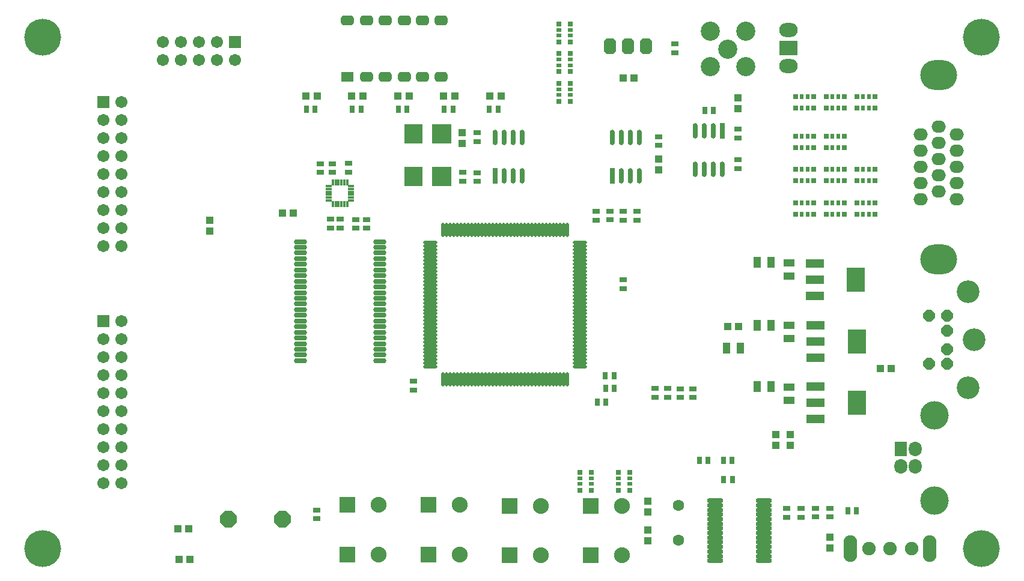
<source format=gts>
%FSLAX43Y43*%
%MOMM*%
G71*
G01*
G75*
G04 Layer_Color=8388736*
%ADD10R,0.650X0.600*%
%ADD11R,0.500X0.600*%
%ADD12R,0.800X0.800*%
%ADD13R,0.900X1.300*%
%ADD14R,1.300X0.900*%
%ADD15R,0.800X0.800*%
%ADD16R,0.850X0.600*%
%ADD17R,0.600X0.850*%
%ADD18R,0.600X0.650*%
%ADD19R,0.600X0.500*%
%ADD20O,1.800X0.300*%
%ADD21O,0.300X1.800*%
%ADD22O,2.100X0.450*%
%ADD23R,2.400X3.300*%
%ADD24R,2.400X1.000*%
%ADD25O,0.510X2.000*%
%ADD26R,0.510X2.000*%
%ADD27R,2.400X2.500*%
%ADD28R,2.500X2.500*%
%ADD29O,1.650X0.550*%
%ADD30O,0.700X0.200*%
%ADD31O,0.200X0.700*%
%ADD32C,0.254*%
%ADD33C,0.200*%
%ADD34C,1.000*%
%ADD35C,0.250*%
%ADD36C,1.500*%
%ADD37C,0.500*%
%ADD38C,0.245*%
%ADD39O,1.800X1.524*%
%ADD40O,1.800X1.500*%
%ADD41O,5.000X4.000*%
%ADD42C,3.000*%
%ADD43P,1.524X8X112.5*%
%ADD44C,0.600*%
%ADD45C,5.000*%
%ADD46C,1.700*%
%ADD47O,1.700X3.556*%
G04:AMPARAMS|DCode=48|XSize=2.032mm|YSize=1.524mm|CornerRadius=0mm|HoleSize=0mm|Usage=FLASHONLY|Rotation=270.000|XOffset=0mm|YOffset=0mm|HoleType=Round|Shape=Octagon|*
%AMOCTAGOND48*
4,1,8,-0.381,-1.016,0.381,-1.016,0.762,-0.635,0.762,0.635,0.381,1.016,-0.381,1.016,-0.762,0.635,-0.762,-0.635,-0.381,-1.016,0.0*
%
%ADD48OCTAGOND48*%

%ADD49O,2.400X1.800*%
%ADD50R,2.400X1.800*%
G04:AMPARAMS|DCode=51|XSize=1.2mm|YSize=1.6mm|CornerRadius=0.3mm|HoleSize=0mm|Usage=FLASHONLY|Rotation=270.000|XOffset=0mm|YOffset=0mm|HoleType=Round|Shape=RoundedRectangle|*
%AMROUNDEDRECTD51*
21,1,1.200,1.000,0,0,270.0*
21,1,0.600,1.600,0,0,270.0*
1,1,0.600,-0.500,-0.300*
1,1,0.600,-0.500,0.300*
1,1,0.600,0.500,0.300*
1,1,0.600,0.500,-0.300*
%
%ADD51ROUNDEDRECTD51*%
%ADD52R,1.600X1.200*%
%ADD53C,1.397*%
%ADD54C,3.800*%
%ADD55O,1.600X1.900*%
%ADD56R,1.600X1.900*%
%ADD57C,2.032*%
%ADD58R,2.032X2.032*%
%ADD59C,1.500*%
%ADD60R,1.500X1.500*%
%ADD61R,1.500X1.500*%
%ADD62C,2.500*%
%ADD63P,2.337X8X202.5*%
%ADD64C,0.700*%
%ADD65C,1.000*%
%ADD66C,0.255*%
%ADD67C,0.800*%
%ADD68C,0.178*%
%ADD69C,0.860*%
%ADD70C,0.127*%
%ADD71C,0.600*%
%ADD72C,0.152*%
%ADD73C,0.203*%
%ADD74C,0.762*%
%ADD75C,0.051*%
%ADD76C,0.120*%
%ADD77C,0.150*%
%ADD78R,17.755X3.175*%
%ADD79R,2.159X1.905*%
%ADD80R,0.508X0.508*%
%ADD81R,1.778X0.254*%
%ADD82R,0.701X0.651*%
%ADD83R,0.551X0.651*%
%ADD84R,1.003X1.003*%
%ADD85R,1.103X1.503*%
%ADD86R,1.503X1.103*%
%ADD87R,1.003X1.003*%
%ADD88R,1.053X0.803*%
%ADD89R,0.803X1.053*%
%ADD90R,0.651X0.701*%
%ADD91R,0.651X0.551*%
%ADD92O,2.003X0.503*%
%ADD93O,0.503X2.003*%
%ADD94O,2.303X0.653*%
%ADD95R,2.603X3.503*%
%ADD96R,2.603X1.203*%
%ADD97O,0.713X2.203*%
%ADD98R,0.713X2.203*%
%ADD99R,2.603X2.703*%
%ADD100R,2.703X2.703*%
%ADD101O,1.853X0.753*%
%ADD102O,0.903X0.403*%
%ADD103O,0.403X0.903*%
%ADD104O,2.003X1.727*%
%ADD105O,2.003X1.703*%
%ADD106O,5.203X4.203*%
%ADD107C,3.203*%
%ADD108P,1.744X8X112.5*%
%ADD109C,0.803*%
%ADD110C,5.200*%
%ADD111C,1.903*%
%ADD112O,1.903X3.759*%
G04:AMPARAMS|DCode=113|XSize=2.235mm|YSize=1.727mm|CornerRadius=0mm|HoleSize=0mm|Usage=FLASHONLY|Rotation=270.000|XOffset=0mm|YOffset=0mm|HoleType=Round|Shape=Octagon|*
%AMOCTAGOND113*
4,1,8,-0.432,-1.118,0.432,-1.118,0.864,-0.686,0.864,0.686,0.432,1.118,-0.432,1.118,-0.864,0.686,-0.864,-0.686,-0.432,-1.118,0.0*
%
%ADD113OCTAGOND113*%

%ADD114O,2.603X2.003*%
%ADD115R,2.603X2.003*%
G04:AMPARAMS|DCode=116|XSize=1.403mm|YSize=1.803mm|CornerRadius=0.402mm|HoleSize=0mm|Usage=FLASHONLY|Rotation=270.000|XOffset=0mm|YOffset=0mm|HoleType=Round|Shape=RoundedRectangle|*
%AMROUNDEDRECTD116*
21,1,1.403,1.000,0,0,270.0*
21,1,0.600,1.803,0,0,270.0*
1,1,0.803,-0.500,-0.300*
1,1,0.803,-0.500,0.300*
1,1,0.803,0.500,0.300*
1,1,0.803,0.500,-0.300*
%
%ADD116ROUNDEDRECTD116*%
%ADD117R,1.803X1.403*%
%ADD118C,1.600*%
%ADD119C,4.003*%
%ADD120O,1.803X2.103*%
%ADD121R,1.803X2.103*%
%ADD122C,2.235*%
%ADD123R,2.235X2.235*%
%ADD124C,1.703*%
%ADD125R,1.703X1.703*%
%ADD126R,1.703X1.703*%
%ADD127C,2.703*%
%ADD128P,2.557X8X202.5*%
D82*
X164597Y144564D02*
D03*
X162047D02*
D03*
X164597Y142964D02*
D03*
X162047D02*
D03*
X168915Y144564D02*
D03*
X166365D02*
D03*
X168915Y142964D02*
D03*
X166365D02*
D03*
X173233Y144564D02*
D03*
X170683D02*
D03*
X173233Y142964D02*
D03*
X170683D02*
D03*
X164597Y138976D02*
D03*
X162047D02*
D03*
X164597Y137376D02*
D03*
X162047D02*
D03*
X168915Y138976D02*
D03*
X166365D02*
D03*
X168915Y137376D02*
D03*
X166365D02*
D03*
X164597Y134277D02*
D03*
X162047D02*
D03*
X164597Y132677D02*
D03*
X162047D02*
D03*
X164597Y129578D02*
D03*
X162047D02*
D03*
X164597Y127978D02*
D03*
X162047D02*
D03*
X168915Y129578D02*
D03*
X166365D02*
D03*
X168915Y127978D02*
D03*
X166365D02*
D03*
X173233Y129578D02*
D03*
X170683D02*
D03*
X173233Y127978D02*
D03*
X170683D02*
D03*
X168915Y134277D02*
D03*
X166365D02*
D03*
X168915Y132677D02*
D03*
X166365D02*
D03*
X173233Y134277D02*
D03*
X170683D02*
D03*
X173233Y132677D02*
D03*
X170683D02*
D03*
D83*
X163722Y144564D02*
D03*
X162922D02*
D03*
X163722Y142964D02*
D03*
X162922D02*
D03*
X168040Y144564D02*
D03*
X167240D02*
D03*
X168040Y142964D02*
D03*
X167240D02*
D03*
X172358Y144564D02*
D03*
X171558D02*
D03*
X172358Y142964D02*
D03*
X171558D02*
D03*
X163722Y138976D02*
D03*
X162922D02*
D03*
X163722Y137376D02*
D03*
X162922D02*
D03*
X168040Y138976D02*
D03*
X167240D02*
D03*
X168040Y137376D02*
D03*
X167240D02*
D03*
X163722Y134277D02*
D03*
X162922D02*
D03*
X163722Y132677D02*
D03*
X162922D02*
D03*
X163722Y129578D02*
D03*
X162922D02*
D03*
X163722Y127978D02*
D03*
X162922D02*
D03*
X168040Y129578D02*
D03*
X167240D02*
D03*
X168040Y127978D02*
D03*
X167240D02*
D03*
X172358Y129578D02*
D03*
X171558D02*
D03*
X172358Y127978D02*
D03*
X171558D02*
D03*
X168040Y134277D02*
D03*
X167240D02*
D03*
X168040Y132677D02*
D03*
X167240D02*
D03*
X172358Y134277D02*
D03*
X171558D02*
D03*
X172358Y132677D02*
D03*
X171558D02*
D03*
D84*
X141224Y81927D02*
D03*
Y83427D02*
D03*
Y87491D02*
D03*
Y85991D02*
D03*
X166878Y82411D02*
D03*
Y80911D02*
D03*
X115062Y137934D02*
D03*
Y139434D02*
D03*
X79502Y125615D02*
D03*
Y127115D02*
D03*
X142748Y134251D02*
D03*
Y135751D02*
D03*
X161290Y95389D02*
D03*
Y96889D02*
D03*
X159258Y95389D02*
D03*
Y96889D02*
D03*
X153924Y142887D02*
D03*
Y144387D02*
D03*
D85*
X154239Y109093D02*
D03*
X152339D02*
D03*
X158557Y112268D02*
D03*
X156657D02*
D03*
X158557Y103632D02*
D03*
X156657D02*
D03*
X158557Y121158D02*
D03*
X156657D02*
D03*
D86*
X161163Y121092D02*
D03*
Y119192D02*
D03*
Y103566D02*
D03*
Y101666D02*
D03*
Y112329D02*
D03*
Y110429D02*
D03*
D87*
X154039Y112141D02*
D03*
X152539D02*
D03*
X91301Y128143D02*
D03*
X89801D02*
D03*
X75069Y83566D02*
D03*
X76569D02*
D03*
X139307Y147193D02*
D03*
X137807D02*
D03*
X175502Y106172D02*
D03*
X174002D02*
D03*
X75196Y79248D02*
D03*
X76696D02*
D03*
X120561Y144653D02*
D03*
X118961D02*
D03*
X114084D02*
D03*
X112484D02*
D03*
X107607D02*
D03*
X106007D02*
D03*
X101130D02*
D03*
X99530D02*
D03*
X94653D02*
D03*
X93053D02*
D03*
D88*
X139700Y127127D02*
D03*
Y128371D02*
D03*
X137795Y117475D02*
D03*
Y118719D02*
D03*
X108204Y104394D02*
D03*
Y103150D02*
D03*
X137795Y127127D02*
D03*
Y128371D02*
D03*
X115189Y133858D02*
D03*
Y132614D02*
D03*
X142748Y137668D02*
D03*
Y138912D02*
D03*
X133985Y127127D02*
D03*
Y128371D02*
D03*
X135890Y128397D02*
D03*
Y127153D02*
D03*
X153924Y139954D02*
D03*
Y138710D02*
D03*
X160782Y85217D02*
D03*
Y86461D02*
D03*
X164846Y86487D02*
D03*
Y85243D02*
D03*
X162814Y85217D02*
D03*
Y86461D02*
D03*
X166878Y86487D02*
D03*
Y85243D02*
D03*
X94615Y86233D02*
D03*
Y84989D02*
D03*
X117221Y139446D02*
D03*
Y138202D02*
D03*
X145034Y150749D02*
D03*
Y151993D02*
D03*
X117221Y132588D02*
D03*
Y133832D02*
D03*
X147574Y102108D02*
D03*
Y103352D02*
D03*
X145796Y102108D02*
D03*
Y103352D02*
D03*
X144018Y103378D02*
D03*
Y102134D02*
D03*
X142240Y103378D02*
D03*
Y102134D02*
D03*
X153924Y135636D02*
D03*
Y134392D02*
D03*
X99060Y133871D02*
D03*
Y135115D02*
D03*
X101600Y125975D02*
D03*
Y127219D02*
D03*
X100076Y127219D02*
D03*
Y125975D02*
D03*
X96520Y127241D02*
D03*
Y125997D02*
D03*
X97917Y127254D02*
D03*
Y126010D02*
D03*
X95123Y133858D02*
D03*
Y135102D02*
D03*
X96774Y133858D02*
D03*
Y135102D02*
D03*
D89*
X135255Y105156D02*
D03*
X136499D02*
D03*
X134112Y101473D02*
D03*
X135356D02*
D03*
X136525Y103378D02*
D03*
X135281D02*
D03*
X149733Y93218D02*
D03*
X148489D02*
D03*
X151892D02*
D03*
X153136D02*
D03*
X169418Y86106D02*
D03*
X170662D02*
D03*
X120142Y142748D02*
D03*
X118898D02*
D03*
X113792D02*
D03*
X112548D02*
D03*
X107315D02*
D03*
X106071D02*
D03*
X100838D02*
D03*
X99594D02*
D03*
X94361D02*
D03*
X93117D02*
D03*
X150495Y142621D02*
D03*
X149251D02*
D03*
X153162Y90551D02*
D03*
X151918D02*
D03*
D90*
X128740Y154818D02*
D03*
Y152268D02*
D03*
X130340Y154818D02*
D03*
Y152268D02*
D03*
X128740Y146436D02*
D03*
Y143886D02*
D03*
X130340Y146436D02*
D03*
Y143886D02*
D03*
X128740Y148077D02*
D03*
Y150627D02*
D03*
X130340Y148077D02*
D03*
Y150627D02*
D03*
X133261Y89022D02*
D03*
Y91572D02*
D03*
X131661Y89022D02*
D03*
Y91572D02*
D03*
X138722Y89022D02*
D03*
Y91572D02*
D03*
X137122Y89022D02*
D03*
Y91572D02*
D03*
D91*
X128740Y153943D02*
D03*
Y153143D02*
D03*
X130340Y153943D02*
D03*
Y153143D02*
D03*
X128740Y145561D02*
D03*
Y144761D02*
D03*
X130340Y145561D02*
D03*
Y144761D02*
D03*
X128740Y148952D02*
D03*
Y149752D02*
D03*
X130340Y148952D02*
D03*
Y149752D02*
D03*
X133261Y89897D02*
D03*
Y90697D02*
D03*
X131661Y89897D02*
D03*
Y90697D02*
D03*
X138722Y89897D02*
D03*
Y90697D02*
D03*
X137122Y89897D02*
D03*
Y90697D02*
D03*
D92*
X110608Y106439D02*
D03*
Y106939D02*
D03*
Y107439D02*
D03*
Y107939D02*
D03*
Y108439D02*
D03*
Y108939D02*
D03*
Y109439D02*
D03*
Y109939D02*
D03*
Y110439D02*
D03*
Y110939D02*
D03*
Y111439D02*
D03*
Y111939D02*
D03*
Y112439D02*
D03*
Y112939D02*
D03*
Y113439D02*
D03*
Y113939D02*
D03*
Y114439D02*
D03*
Y114939D02*
D03*
Y115439D02*
D03*
Y115939D02*
D03*
Y116439D02*
D03*
Y116939D02*
D03*
Y117439D02*
D03*
Y117939D02*
D03*
Y118439D02*
D03*
Y118939D02*
D03*
Y119439D02*
D03*
Y119939D02*
D03*
Y120439D02*
D03*
Y120939D02*
D03*
Y121439D02*
D03*
Y121939D02*
D03*
Y122439D02*
D03*
Y122939D02*
D03*
Y123439D02*
D03*
Y123939D02*
D03*
X131708D02*
D03*
Y123439D02*
D03*
Y122939D02*
D03*
Y122439D02*
D03*
Y121939D02*
D03*
Y121439D02*
D03*
Y120939D02*
D03*
Y120439D02*
D03*
Y119939D02*
D03*
Y119439D02*
D03*
Y118939D02*
D03*
Y118439D02*
D03*
Y117939D02*
D03*
Y117439D02*
D03*
Y116939D02*
D03*
Y116439D02*
D03*
Y115939D02*
D03*
Y115439D02*
D03*
Y114939D02*
D03*
Y114439D02*
D03*
Y113939D02*
D03*
Y113439D02*
D03*
Y112939D02*
D03*
Y112439D02*
D03*
Y111939D02*
D03*
Y111439D02*
D03*
Y110939D02*
D03*
Y110439D02*
D03*
Y109939D02*
D03*
Y109439D02*
D03*
Y108939D02*
D03*
Y108439D02*
D03*
Y107939D02*
D03*
Y107439D02*
D03*
Y106939D02*
D03*
Y106439D02*
D03*
D93*
X112408Y125739D02*
D03*
X112908D02*
D03*
X113408D02*
D03*
X113908D02*
D03*
X114408D02*
D03*
X114908D02*
D03*
X115408D02*
D03*
X115908D02*
D03*
X116408D02*
D03*
X116908D02*
D03*
X117408D02*
D03*
X117908D02*
D03*
X118408D02*
D03*
X118908D02*
D03*
X119408D02*
D03*
X119908D02*
D03*
X120408D02*
D03*
X120908D02*
D03*
X121408D02*
D03*
X121908D02*
D03*
X122408D02*
D03*
X122908D02*
D03*
X123408D02*
D03*
X123908D02*
D03*
X124408D02*
D03*
X124908D02*
D03*
X125408D02*
D03*
X125908D02*
D03*
X126408D02*
D03*
X126908D02*
D03*
X127408D02*
D03*
X127908D02*
D03*
X128408D02*
D03*
X128908D02*
D03*
X129408D02*
D03*
X129908D02*
D03*
Y104639D02*
D03*
X129408D02*
D03*
X128908D02*
D03*
X128408D02*
D03*
X127908D02*
D03*
X127408D02*
D03*
X126908D02*
D03*
X126408D02*
D03*
X125908D02*
D03*
X125408D02*
D03*
X124908D02*
D03*
X124408D02*
D03*
X123908D02*
D03*
X123408D02*
D03*
X122908D02*
D03*
X122408D02*
D03*
X121908D02*
D03*
X121408D02*
D03*
X120908D02*
D03*
X120408D02*
D03*
X119908D02*
D03*
X119408D02*
D03*
X118908D02*
D03*
X118408D02*
D03*
X117908D02*
D03*
X117408D02*
D03*
X116908D02*
D03*
X116408D02*
D03*
X115908D02*
D03*
X115408D02*
D03*
X114908D02*
D03*
X114408D02*
D03*
X113908D02*
D03*
X113408D02*
D03*
X112908D02*
D03*
X112408D02*
D03*
D94*
X150703Y87530D02*
D03*
Y86880D02*
D03*
Y86230D02*
D03*
Y85580D02*
D03*
Y84930D02*
D03*
Y84280D02*
D03*
Y83630D02*
D03*
Y82980D02*
D03*
Y82330D02*
D03*
Y81680D02*
D03*
Y81030D02*
D03*
Y80380D02*
D03*
Y79730D02*
D03*
Y79080D02*
D03*
X157603Y87530D02*
D03*
Y86880D02*
D03*
Y86230D02*
D03*
Y85580D02*
D03*
Y84930D02*
D03*
Y84280D02*
D03*
Y83630D02*
D03*
Y82980D02*
D03*
Y82330D02*
D03*
Y81680D02*
D03*
Y81030D02*
D03*
Y80380D02*
D03*
Y79730D02*
D03*
Y79080D02*
D03*
D95*
X170540Y118745D02*
D03*
X170667Y101346D02*
D03*
Y109982D02*
D03*
D96*
X164740Y116445D02*
D03*
Y118745D02*
D03*
Y121045D02*
D03*
X164867Y99046D02*
D03*
Y101346D02*
D03*
Y103646D02*
D03*
Y107682D02*
D03*
Y109982D02*
D03*
Y112282D02*
D03*
D97*
X140081Y138790D02*
D03*
X138811D02*
D03*
X137541D02*
D03*
X136271D02*
D03*
X140081Y133350D02*
D03*
X138811D02*
D03*
X137541D02*
D03*
X147955Y134260D02*
D03*
X149225D02*
D03*
X150495D02*
D03*
X151765D02*
D03*
X147955Y139700D02*
D03*
X149225D02*
D03*
X150495D02*
D03*
X123571Y138790D02*
D03*
X122301D02*
D03*
X121031D02*
D03*
X119761D02*
D03*
X123571Y133350D02*
D03*
X122301D02*
D03*
X121031D02*
D03*
D98*
X136271D02*
D03*
X151765Y139700D02*
D03*
X119761Y133350D02*
D03*
D99*
X108236Y133271D02*
D03*
Y139271D02*
D03*
D100*
X112236D02*
D03*
Y133271D02*
D03*
D101*
X103492Y107297D02*
D03*
Y108097D02*
D03*
Y108897D02*
D03*
Y109697D02*
D03*
Y110497D02*
D03*
Y111297D02*
D03*
Y112097D02*
D03*
Y112897D02*
D03*
Y113697D02*
D03*
Y114497D02*
D03*
Y115297D02*
D03*
Y116097D02*
D03*
Y116897D02*
D03*
Y117697D02*
D03*
Y118497D02*
D03*
Y119297D02*
D03*
Y120097D02*
D03*
Y120897D02*
D03*
Y121697D02*
D03*
Y122497D02*
D03*
Y123297D02*
D03*
Y124097D02*
D03*
X92342Y107297D02*
D03*
Y108097D02*
D03*
Y108897D02*
D03*
Y109697D02*
D03*
Y110497D02*
D03*
Y111297D02*
D03*
Y112097D02*
D03*
Y112897D02*
D03*
Y113697D02*
D03*
Y114497D02*
D03*
Y115297D02*
D03*
Y116097D02*
D03*
Y116897D02*
D03*
Y117697D02*
D03*
Y118497D02*
D03*
Y119297D02*
D03*
Y120097D02*
D03*
Y120897D02*
D03*
Y121697D02*
D03*
Y122497D02*
D03*
Y123297D02*
D03*
Y124097D02*
D03*
D102*
X99426Y129911D02*
D03*
X99426Y130311D02*
D03*
X99426Y130711D02*
D03*
X99426Y131111D02*
D03*
X99426Y131511D02*
D03*
X99426Y131911D02*
D03*
X96326D02*
D03*
X96326Y131511D02*
D03*
X96326Y131111D02*
D03*
Y130711D02*
D03*
X96326Y130311D02*
D03*
X96326Y129911D02*
D03*
D103*
X98876Y132461D02*
D03*
X98476D02*
D03*
X98076Y132461D02*
D03*
X97676D02*
D03*
X97276Y132461D02*
D03*
X96876Y132461D02*
D03*
X96876Y129361D02*
D03*
X97276D02*
D03*
X97676D02*
D03*
X98076D02*
D03*
X98476D02*
D03*
X98876D02*
D03*
D104*
X184785Y132330D02*
D03*
Y139200D02*
D03*
Y130040D02*
D03*
Y134620D02*
D03*
Y136910D02*
D03*
X179705D02*
D03*
Y134620D02*
D03*
Y139200D02*
D03*
Y132330D02*
D03*
X182245Y138050D02*
D03*
Y135760D02*
D03*
Y131180D02*
D03*
Y140340D02*
D03*
Y133470D02*
D03*
D105*
X179705Y130040D02*
D03*
D106*
X182245Y147620D02*
D03*
Y121620D02*
D03*
D107*
X186397Y116986D02*
D03*
Y103486D02*
D03*
X187197Y110236D02*
D03*
D108*
X180897Y106836D02*
D03*
Y113636D02*
D03*
X183397Y106836D02*
D03*
Y113636D02*
D03*
Y108936D02*
D03*
Y111536D02*
D03*
D109*
X189628Y79358D02*
D03*
X190214Y80772D02*
D03*
X186800Y79358D02*
D03*
X188214Y78772D02*
D03*
X186800Y82186D02*
D03*
X186214Y80772D02*
D03*
X188214Y82772D02*
D03*
X189628Y82186D02*
D03*
X57421Y79358D02*
D03*
X58007Y80772D02*
D03*
X54593Y79358D02*
D03*
X56007Y78772D02*
D03*
X54593Y82186D02*
D03*
X54007Y80772D02*
D03*
X56007Y82772D02*
D03*
X57421Y82186D02*
D03*
X189628Y151494D02*
D03*
X190214Y152908D02*
D03*
X186800Y151494D02*
D03*
X188214Y150908D02*
D03*
X186800Y154322D02*
D03*
X186214Y152908D02*
D03*
X188214Y154908D02*
D03*
X189628Y154322D02*
D03*
X57421Y151494D02*
D03*
X58007Y152908D02*
D03*
X54593Y151494D02*
D03*
X56007Y150908D02*
D03*
X54593Y154322D02*
D03*
X54007Y152908D02*
D03*
X56007Y154908D02*
D03*
X57421Y154322D02*
D03*
D110*
X188214Y80772D02*
D03*
X56007D02*
D03*
X188214Y152908D02*
D03*
X56007D02*
D03*
D111*
X172387Y80772D02*
D03*
X178387D02*
D03*
X175387D02*
D03*
D112*
X180987D02*
D03*
X169787D02*
D03*
D113*
X135890Y151638D02*
D03*
X138430D02*
D03*
X140970D02*
D03*
D114*
X161036Y153924D02*
D03*
Y148844D02*
D03*
D115*
Y151384D02*
D03*
D116*
X112141Y147320D02*
D03*
X109474D02*
D03*
X106934D02*
D03*
X104267D02*
D03*
X101600D02*
D03*
Y155321D02*
D03*
X104267D02*
D03*
X106934D02*
D03*
X109474D02*
D03*
X98933D02*
D03*
X112141D02*
D03*
D117*
X98933Y147320D02*
D03*
D118*
X145542Y82015D02*
D03*
Y86895D02*
D03*
D119*
X181597Y87579D02*
D03*
Y99619D02*
D03*
D120*
X178887Y92349D02*
D03*
Y94849D02*
D03*
X176887Y92349D02*
D03*
D121*
Y94849D02*
D03*
D122*
X137605Y86804D02*
D03*
Y79820D02*
D03*
X126174Y86804D02*
D03*
Y79820D02*
D03*
X114744Y86932D02*
D03*
Y79947D02*
D03*
X103314Y86932D02*
D03*
Y79947D02*
D03*
D123*
X133160Y86804D02*
D03*
Y79820D02*
D03*
X121729Y86804D02*
D03*
Y79820D02*
D03*
X110299Y86932D02*
D03*
Y79947D02*
D03*
X98869Y86932D02*
D03*
Y79947D02*
D03*
D124*
X72898Y149733D02*
D03*
Y152273D02*
D03*
X75438Y149733D02*
D03*
Y152273D02*
D03*
X77978Y149733D02*
D03*
Y152273D02*
D03*
X80518Y149733D02*
D03*
Y152273D02*
D03*
X83058Y149733D02*
D03*
X67056Y112903D02*
D03*
X64516Y110363D02*
D03*
X67056D02*
D03*
X64516Y107823D02*
D03*
X67056D02*
D03*
X64516Y105283D02*
D03*
X67056D02*
D03*
X64516Y102743D02*
D03*
X67056D02*
D03*
X64516Y100203D02*
D03*
X67056D02*
D03*
X64516Y97663D02*
D03*
X67056D02*
D03*
X64516Y95123D02*
D03*
X67056D02*
D03*
X64516Y92583D02*
D03*
X67056D02*
D03*
X64516Y90043D02*
D03*
X67056D02*
D03*
Y143764D02*
D03*
X64516Y141224D02*
D03*
X67056D02*
D03*
X64516Y138684D02*
D03*
X67056D02*
D03*
X64516Y136144D02*
D03*
X67056D02*
D03*
X64516Y133604D02*
D03*
X67056D02*
D03*
X64516Y131064D02*
D03*
X67056D02*
D03*
X64516Y128524D02*
D03*
X67056D02*
D03*
X64516Y125984D02*
D03*
X67056D02*
D03*
X64516Y123444D02*
D03*
X67056D02*
D03*
D125*
X83058Y152273D02*
D03*
D126*
X64516Y112903D02*
D03*
Y143764D02*
D03*
D127*
X150027Y153757D02*
D03*
X155027D02*
D03*
Y148757D02*
D03*
X150027D02*
D03*
X152527Y151257D02*
D03*
D128*
X89789Y84963D02*
D03*
X82169D02*
D03*
M02*

</source>
